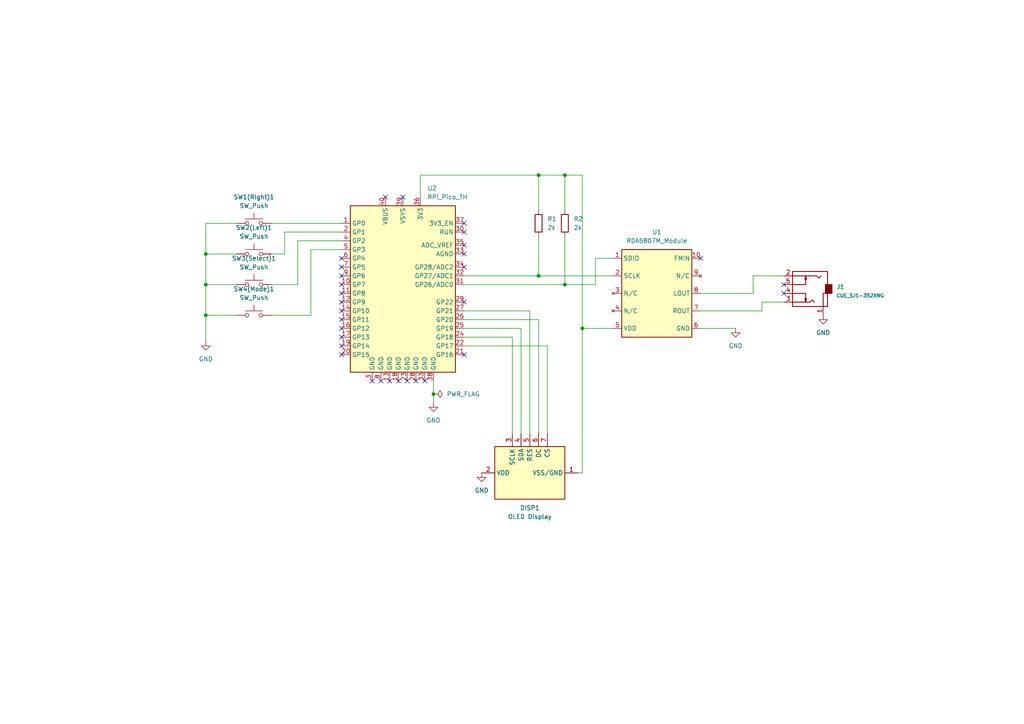
<source format=kicad_sch>
(kicad_sch (version 20211123) (generator eeschema)
  (paper "A4")
  (title_block (title "radio ") (rev "0") (company "TreeTime Ltd."))
  (lib_symbols
    (symbol "Device:R" (pin_numbers hide) (pin_names (offset 0))
      (property "Reference" "R" (at 2.032 0 90))
      (property "Value" "R" (at 0 0 90))
      (symbol "R_0_1"
        (rectangle (start -1.016 -2.54) (end 1.016 2.54) (stroke (width 0.254)))
      )
      (symbol "R_1_1"
        (pin passive line (at 0 3.81 270) (length 1.27) (name "~") (number "1"))
        (pin passive line (at 0 -3.81 90) (length 1.27) (name "~") (number "2"))
      )
    )
    (symbol "ECE:CUE_SJ1-352XNG" (pin_names (offset 1.016) hide)
      (property "Reference" "J" (at -3.81 6.35 0))
      (property "Value" "CUE_SJ1-352XNG" (at 3.81 -6.35 0))
      (symbol "CUE_SJ1-352XNG_0_1"
        (rectangle (start -5.08 5.08) (end 5.08 -5.08) (stroke (width 0.254)))
        (rectangle (start -4.445 -1.27) (end -6.35 1.27) (stroke (width 0.254)) (fill (type outline)))
        (polyline (pts (xy -4.445 -1.27) (xy -3.81 -1.27)) (stroke (width 0.254)))
        (polyline (pts (xy -3.81 -1.27) (xy -3.81 -5.08)) (stroke (width 0.254)))
        (polyline (pts (xy 5.08 -1.27) (xy 1.27 -1.27) (xy 1.27 -3.81)) (stroke (width 0.254)))
        (polyline (pts (xy 5.08 1.27) (xy 1.27 1.27) (xy 1.27 3.81)) (stroke (width 0.254)))
        (polyline (pts (xy -3.175 3.81) (xy -2.54 3.175) (xy -1.905 3.81) (xy 5.08 3.81)) (stroke (width 0.254)))
        (polyline (pts (xy -1.27 -3.81) (xy -0.635 -3.175) (xy 0 -3.81) (xy 5.08 -3.81)) (stroke (width 0.254)))
        (polyline (pts (xy 1.27 -3.81) (xy 1.016 -2.794) (xy 1.524 -2.794) (xy 1.27 -3.81)) (stroke (width 0.254)))
        (polyline (pts (xy 1.27 3.81) (xy 1.016 2.794) (xy 1.524 2.794) (xy 1.27 3.81)) (stroke (width 0.254)))
      )
      (symbol "CUE_SJ1-352XNG_1_1"
        (pin passive line (at -3.81 -7.62 90) (length 2.54) (name "Sleeve") (number "1"))
        (pin passive line (at 7.62 3.81 180) (length 2.54) (name "Tip") (number "2"))
        (pin passive line (at 7.62 -3.81 180) (length 2.54) (name "Tip") (number "3"))
        (pin passive line (at 7.62 -1.27 180) (length 2.54) (name "Tip_Switch") (number "4"))
        (pin passive line (at 7.62 1.27 180) (length 2.54) (name "Ring_Switch") (number "5"))
      )
    )
    (symbol "ECE:OLED Display"
      (property "Reference" "DISP?" (at 8.89 -1.27 0))
      (property "Value" "OLED Display" (at 8.89 1.27 0))
      (symbol "OLED Display_1_1"
        (rectangle (start -7.62 10.16) (end 7.62 -10.16) (stroke (width 0.254)) (fill (type background)))
        (pin power_in line (at 0 -13.97 90) (length 3.81) (name "VSS/GND") (number "1"))
        (pin power_in line (at 0 13.97 270) (length 3.81) (name "VDD") (number "2"))
        (pin input line (at -11.43 5.08 0) (length 3.81) (name "SCLK") (number "3"))
        (pin output line (at -11.43 2.54 0) (length 3.81) (name "SDA") (number "4"))
        (pin input line (at -11.43 0 0) (length 3.81) (name "RES") (number "5"))
        (pin input line (at -11.43 -2.54 0) (length 3.81) (name "DC") (number "6"))
        (pin input line (at -11.43 -5.08 0) (length 3.81) (name "CS") (number "7"))
      )
    )
    (symbol "ECE:RDA5807M_Module"
      (property "Reference" "U" (at -8.89 16.51 0))
      (property "Value" "RDA5807M_Module" (at -8.89 13.97 0))
      (symbol "RDA5807M_Module_0_1"
        (rectangle (start -10.16 12.7) (end 10.16 -12.7) (stroke (width 0.254)) (fill (type background)))
      )
      (symbol "RDA5807M_Module_1_1"
        (pin bidirectional line (at -12.7 10.16 0) (length 2.54) (name "SDIO") (number "1"))
        (pin input line (at 12.7 10.16 180) (length 2.54) (name "FMIN") (number "10"))
        (pin input line (at -12.7 5.08 0) (length 2.54) (name "SCLK") (number "2"))
        (pin no_connect line (at -12.7 0 0) (length 2.54) (name "N/C") (number "3"))
        (pin no_connect line (at -12.7 -5.08 0) (length 2.54) (name "N/C") (number "4"))
        (pin power_in line (at -12.7 -10.16 0) (length 2.54) (name "VDD") (number "5"))
        (pin power_in line (at 12.7 -10.16 180) (length 2.54) (name "GND") (number "6"))
        (pin output line (at 12.7 -5.08 180) (length 2.54) (name "ROUT") (number "7"))
        (pin output line (at 12.7 0 180) (length 2.54) (name "LOUT") (number "8"))
        (pin no_connect line (at 12.7 5.08 180) (length 2.54) (name "N/C") (number "9"))
      )
    )
    (symbol "ECE:RPi_Pico_TH"
      (property "Reference" "U?" (at 0 1.27 0))
      (property "Value" "RPi_Pico_TH" (at 0 -1.27 0))
      (symbol "RPi_Pico_TH_0_1"
        (rectangle (start -15.24 24.13) (end 15.24 -24.13) (stroke (width 0.254)) (fill (type background)))
      )
      (symbol "RPi_Pico_TH_1_1"
        (pin bidirectional line (at -17.78 19.05 0) (length 2.54) (name "GP0") (number "1"))
        (pin bidirectional line (at -17.78 1.27 0) (length 2.54) (name "GP7") (number "10"))
        (pin bidirectional line (at -17.78 -1.27 0) (length 2.54) (name "GP8") (number "11"))
        (pin bidirectional line (at -17.78 -3.81 0) (length 2.54) (name "GP9") (number "12"))
        (pin power_in line (at -3.81 -26.67 90) (length 2.54) (name "GND") (number "13"))
        (pin bidirectional line (at -17.78 -6.35 0) (length 2.54) (name "GP10") (number "14"))
        (pin bidirectional line (at -17.78 -8.89 0) (length 2.54) (name "GP11") (number "15"))
        (pin bidirectional line (at -17.78 -11.43 0) (length 2.54) (name "GP12") (number "16"))
        (pin bidirectional line (at -17.78 -13.97 0) (length 2.54) (name "GP13") (number "17"))
        (pin power_in line (at -1.27 -26.67 90) (length 2.54) (name "GND") (number "18"))
        (pin bidirectional line (at -17.78 -16.51 0) (length 2.54) (name "GP14") (number "19"))
        (pin bidirectional line (at -17.78 16.51 0) (length 2.54) (name "GP1") (number "2"))
        (pin bidirectional line (at -17.78 -19.05 0) (length 2.54) (name "GP15") (number "20"))
        (pin bidirectional line (at 17.78 -19.05 180) (length 2.54) (name "GP16") (number "21"))
        (pin bidirectional line (at 17.78 -16.51 180) (length 2.54) (name "GP17") (number "22"))
        (pin power_in line (at 1.27 -26.67 90) (length 2.54) (name "GND") (number "23"))
        (pin bidirectional line (at 17.78 -13.97 180) (length 2.54) (name "GP18") (number "24"))
        (pin bidirectional line (at 17.78 -11.43 180) (length 2.54) (name "GP19") (number "25"))
        (pin bidirectional line (at 17.78 -8.89 180) (length 2.54) (name "GP20") (number "26"))
        (pin bidirectional line (at 17.78 -6.35 180) (length 2.54) (name "GP21") (number "27"))
        (pin power_in line (at 3.81 -26.67 90) (length 2.54) (name "GND") (number "28"))
        (pin bidirectional line (at 17.78 -3.81 180) (length 2.54) (name "GP22") (number "29"))
        (pin power_in line (at -8.89 -26.67 90) (length 2.54) (name "GND") (number "3"))
        (pin input line (at 17.78 16.51 180) (length 2.54) (name "RUN") (number "30"))
        (pin bidirectional line (at 17.78 1.27 180) (length 2.54) (name "GP26/ADC0") (number "31"))
        (pin bidirectional line (at 17.78 3.81 180) (length 2.54) (name "GP27/ADC1") (number "32"))
        (pin power_in line (at 17.78 10.16 180) (length 2.54) (name "AGND") (number "33"))
        (pin power_in line (at 6.35 -26.67 90) (length 2.54) (name "GND") (number "33"))
        (pin bidirectional line (at 17.78 6.35 180) (length 2.54) (name "GP28/ADC2") (number "34"))
        (pin power_in line (at 17.78 12.7 180) (length 2.54) (name "ADC_VREF") (number "35"))
        (pin power_out line (at 5.08 26.67 270) (length 2.54) (name "3V3") (number "36"))
        (pin input line (at 17.78 19.05 180) (length 2.54) (name "3V3_EN") (number "37"))
        (pin power_in line (at 8.89 -26.67 90) (length 2.54) (name "GND") (number "38"))
        (pin power_out line (at 0 26.67 270) (length 2.54) (name "VSYS") (number "39"))
        (pin bidirectional line (at -17.78 13.97 0) (length 2.54) (name "GP2") (number "4"))
        (pin power_in line (at -5.08 26.67 270) (length 2.54) (name "VBUS") (number "40"))
        (pin bidirectional line (at -17.78 11.43 0) (length 2.54) (name "GP3") (number "5"))
        (pin bidirectional line (at -17.78 8.89 0) (length 2.54) (name "GP4") (number "6"))
        (pin bidirectional line (at -17.78 6.35 0) (length 2.54) (name "GP5") (number "7"))
        (pin power_in line (at -6.35 -26.67 90) (length 2.54) (name "GND") (number "8"))
        (pin bidirectional line (at -17.78 3.81 0) (length 2.54) (name "GP6") (number "9"))
      )
    )
    (symbol "Switch:SW_Push" (pin_numbers hide) (pin_names (offset 1.016) hide)
      (property "Reference" "SW" (at 1.27 2.54 0))
      (property "Value" "SW_Push" (at 0 -1.524 0))
      (symbol "SW_Push_0_1"
        (circle (center -2.032 0) (radius 0.508))
        (polyline (pts (xy 0 1.27) (xy 0 3.048)))
        (polyline (pts (xy 2.54 1.27) (xy -2.54 1.27)))
        (circle (center 2.032 0) (radius 0.508))
        (pin passive line (at -5.08 0 0) (length 2.54) (name "1") (number "1"))
        (pin passive line (at 5.08 0 180) (length 2.54) (name "2") (number "2"))
      )
    )
    (symbol "power:GND" (power) (pin_names (offset 0))
      (property "Value" "GND" (at 0 -3.81 0))
      (symbol "GND_0_1"
        (polyline (pts (xy 0 0) (xy 0 -1.27) (xy 1.27 -1.27) (xy 0 -2.54) (xy -1.27 -1.27) (xy 0 -1.27)))
      )
      (symbol "GND_1_1"
        (pin power_in line (at 0 0 270) (length 0) hide (name "GND") (number "1"))
      )
    )
    (symbol "power:PWR_FLAG" (power) (pin_numbers hide) (pin_names (offset 0) hide)
      (property "Value" "PWR_FLAG" (at 0 3.81 0))
      (symbol "PWR_FLAG_0_0"
        (pin power_out line (at 0 0 90) (length 0) (name "pwr") (number "1"))
      )
      (symbol "PWR_FLAG_0_1"
        (polyline (pts (xy 0 0) (xy 0 1.27) (xy -1.016 1.905) (xy 0 2.54) (xy 1.016 1.905) (xy 0 1.27)))
      )
    )
  )
  (junction (at 59.69 91.44))
  (junction (at 59.69 73.66))
  (junction (at 168.91 95.25))
  (junction (at 163.83 50.8))
  (junction (at 125.73 114.3))
  (junction (at 59.69 82.55))
  (junction (at 163.83 82.55))
  (junction (at 156.21 80.01))
  (junction (at 156.21 50.8))
  (no_connect (at 110.49 110.49))
  (no_connect (at 99.06 77.47))
  (no_connect (at 107.95 110.49))
  (no_connect (at 99.06 102.87))
  (no_connect (at 134.62 64.77))
  (no_connect (at 120.65 110.49))
  (no_connect (at 115.57 110.49))
  (no_connect (at 99.06 87.63))
  (no_connect (at 134.62 67.31))
  (no_connect (at 134.62 87.63))
  (no_connect (at 99.06 97.79))
  (no_connect (at 99.06 92.71))
  (no_connect (at 123.19 110.49))
  (no_connect (at 116.84 57.15))
  (no_connect (at 99.06 74.93))
  (no_connect (at 134.62 71.12))
  (no_connect (at 99.06 82.55))
  (no_connect (at 134.62 73.66))
  (no_connect (at 227.33 82.55))
  (no_connect (at 99.06 80.01))
  (no_connect (at 111.76 57.15))
  (no_connect (at 134.62 102.87))
  (no_connect (at 99.06 95.25))
  (no_connect (at 99.06 100.33))
  (no_connect (at 99.06 85.09))
  (no_connect (at 99.06 90.17))
  (no_connect (at 203.2 74.93))
  (no_connect (at 134.62 77.47))
  (no_connect (at 118.11 110.49))
  (no_connect (at 113.03 110.49))
  (no_connect (at 227.33 85.09))
  (wire (pts (xy 59.69 91.44) (xy 59.69 99.06)))
  (wire (pts (xy 163.83 82.55) (xy 172.72 82.55)))
  (wire (pts (xy 59.69 91.44) (xy 68.58 91.44)))
  (wire (pts (xy 156.21 50.8) (xy 156.21 60.96)))
  (wire (pts (xy 220.98 87.63) (xy 227.33 87.63)))
  (wire (pts (xy 218.44 85.09) (xy 218.44 80.01)))
  (wire (pts (xy 134.62 82.55) (xy 163.83 82.55)))
  (wire (pts (xy 82.55 73.66) (xy 78.74 73.66)))
  (wire (pts (xy 163.83 50.8) (xy 168.91 50.8)))
  (wire (pts (xy 121.92 50.8) (xy 121.92 57.15)))
  (wire (pts (xy 86.36 82.55) (xy 78.74 82.55)))
  (wire (pts (xy 172.72 74.93) (xy 177.8 74.93)))
  (wire (pts (xy 86.36 69.85) (xy 86.36 82.55)))
  (wire (pts (xy 151.13 125.73) (xy 151.13 95.25)))
  (wire (pts (xy 163.83 68.58) (xy 163.83 82.55)))
  (wire (pts (xy 99.06 67.31) (xy 82.55 67.31)))
  (wire (pts (xy 148.59 97.79) (xy 134.62 97.79)))
  (wire (pts (xy 203.2 95.25) (xy 213.36 95.25)))
  (wire (pts (xy 218.44 80.01) (xy 227.33 80.01)))
  (wire (pts (xy 59.69 82.55) (xy 68.58 82.55)))
  (wire (pts (xy 156.21 68.58) (xy 156.21 80.01)))
  (wire (pts (xy 151.13 95.25) (xy 134.62 95.25)))
  (wire (pts (xy 168.91 95.25) (xy 168.91 137.16)))
  (wire (pts (xy 156.21 92.71) (xy 134.62 92.71)))
  (wire (pts (xy 125.73 114.3) (xy 125.73 116.84)))
  (wire (pts (xy 99.06 72.39) (xy 90.17 72.39)))
  (wire (pts (xy 59.69 73.66) (xy 68.58 73.66)))
  (wire (pts (xy 68.58 64.77) (xy 59.69 64.77)))
  (wire (pts (xy 78.74 64.77) (xy 99.06 64.77)))
  (wire (pts (xy 203.2 85.09) (xy 218.44 85.09)))
  (wire (pts (xy 121.92 50.8) (xy 156.21 50.8)))
  (wire (pts (xy 158.75 125.73) (xy 158.75 100.33)))
  (wire (pts (xy 168.91 137.16) (xy 167.64 137.16)))
  (wire (pts (xy 156.21 80.01) (xy 177.8 80.01)))
  (wire (pts (xy 153.67 125.73) (xy 153.67 90.17)))
  (wire (pts (xy 90.17 72.39) (xy 90.17 91.44)))
  (wire (pts (xy 148.59 125.73) (xy 148.59 97.79)))
  (wire (pts (xy 153.67 90.17) (xy 134.62 90.17)))
  (wire (pts (xy 168.91 50.8) (xy 168.91 95.25)))
  (wire (pts (xy 156.21 125.73) (xy 156.21 92.71)))
  (wire (pts (xy 59.69 73.66) (xy 59.69 82.55)))
  (wire (pts (xy 168.91 95.25) (xy 177.8 95.25)))
  (wire (pts (xy 163.83 50.8) (xy 163.83 60.96)))
  (wire (pts (xy 134.62 80.01) (xy 156.21 80.01)))
  (wire (pts (xy 203.2 90.17) (xy 220.98 90.17)))
  (wire (pts (xy 125.73 110.49) (xy 125.73 114.3)))
  (wire (pts (xy 59.69 64.77) (xy 59.69 73.66)))
  (wire (pts (xy 99.06 69.85) (xy 86.36 69.85)))
  (wire (pts (xy 90.17 91.44) (xy 78.74 91.44)))
  (wire (pts (xy 220.98 90.17) (xy 220.98 87.63)))
  (wire (pts (xy 82.55 67.31) (xy 82.55 73.66)))
  (wire (pts (xy 158.75 100.33) (xy 134.62 100.33)))
  (wire (pts (xy 59.69 82.55) (xy 59.69 91.44)))
  (wire (pts (xy 172.72 82.55) (xy 172.72 74.93)))
  (wire (pts (xy 156.21 50.8) (xy 163.83 50.8)))
  (symbol (lib_id "Device:R") (at 156.21 64.77 0) (unit 1)
    (property "Reference" "R1" (at 158.75 63.4999 0) (effects (justify left)))
    (property "Value" "2k" (at 158.75 66.0399 0) (effects (justify left)))
    (property "Footprint" "Resistor_THT:R_Axial_DIN0516_L15.5mm_D5.0mm_P20.32mm_Horizontal" (effects hide))
  )
  (symbol (lib_id "power:GND") (at 238.76 91.44 0) (unit 1)
    (property "Reference" "#PWR0102" (effects hide))
    (property "Value" "GND" (at 238.76 96.52 0))
  )
  (symbol (lib_id "Device:R") (at 163.83 64.77 0) (unit 1)
    (property "Reference" "R2" (at 166.37 63.4999 0) (effects (justify left)))
    (property "Value" "2k" (at 166.37 66.0399 0) (effects (justify left)))
    (property "Footprint" "Resistor_THT:R_Axial_DIN0516_L15.5mm_D5.0mm_P20.32mm_Horizontal" (effects hide))
  )
  (symbol (lib_id "power:PWR_FLAG") (at 125.73 114.3 270) (unit 1)
    (property "Reference" "#FLG0101" (effects hide))
    (property "Value" "PWR_FLAG" (at 129.54 114.2999 90) (effects (justify left)))
  )
  (symbol (lib_id "Switch:SW_Push") (at 73.66 91.44 0) (unit 1)
    (property "Reference" "SW4(Mode)1" (at 73.66 83.82 0))
    (property "Value" "SW_Push" (at 73.66 86.36 0))
    (property "Footprint" "Button_Switch_THT:SW_PUSH_6mm_H8mm" (effects hide))
  )
  (symbol (lib_id "ECE:OLED Display") (at 153.67 137.16 90) (mirror x) (unit 1)
    (property "Reference" "DISP1" (at 153.67 147.32 90))
    (property "Value" "OLED Display" (at 153.67 149.86 90))
    (property "Footprint" "ECE:OLED_Display_1.3" (effects hide))
  )
  (symbol (lib_id "Switch:SW_Push") (at 73.66 64.77 0) (unit 1)
    (property "Reference" "SW1(Right)1" (at 73.66 57.15 0))
    (property "Value" "SW_Push" (at 73.66 59.69 0))
    (property "Footprint" "Button_Switch_THT:SW_PUSH_6mm_H8mm" (effects hide))
  )
  (symbol (lib_id "Switch:SW_Push") (at 73.66 73.66 0) (unit 1)
    (property "Reference" "SW2(Left)1" (at 73.66 66.04 0))
    (property "Value" "SW_Push" (at 73.66 68.58 0))
    (property "Footprint" "Button_Switch_THT:SW_PUSH_6mm_H8mm" (effects hide))
  )
  (symbol (lib_id "power:GND") (at 59.69 99.06 0) (unit 1)
    (property "Reference" "#PWR0103" (effects hide))
    (property "Value" "GND" (at 59.69 104.14 0))
  )
  (symbol (lib_id "ECE:CUE_SJ1-352XNG") (at 234.95 83.82 0) (mirror y) (unit 1)
    (property "Reference" "J1" (at 242.57 83.1849 0) (effects (justify right)))
    (property "Value" "CUE_SJ1-352XNG" (at 242.57 85.725 0) (effects (font (size 1.016 1.016)) (justify right)))
    (property "Footprint" "ECE:CUE_SJ1-352XNG" (effects hide))
  )
  (symbol (lib_id "Switch:SW_Push") (at 73.66 82.55 0) (unit 1)
    (property "Reference" "SW3(Select)1" (at 73.66 74.93 0))
    (property "Value" "SW_Push" (at 73.66 77.47 0))
    (property "Footprint" "Button_Switch_THT:SW_PUSH_6mm_H8mm" (effects hide))
  )
  (symbol (lib_id "power:GND") (at 125.73 116.84 0) (unit 1)
    (property "Reference" "#PWR0105" (effects hide))
    (property "Value" "GND" (at 125.73 121.92 0))
  )
  (symbol (lib_id "power:GND") (at 213.36 95.25 0) (unit 1)
    (property "Reference" "#PWR0104" (effects hide))
    (property "Value" "GND" (at 213.36 100.33 0))
  )
  (symbol (lib_id "ECE:RDA5807M_Module") (at 190.5 85.09 0) (unit 1)
    (property "Reference" "U1" (at 190.5 67.31 0))
    (property "Value" "RDA5807M_Module" (at 190.5 69.85 0))
    (property "Footprint" "ECE:RDA5807M_Module_TH" (effects hide))
  )
  (symbol (lib_id "power:GND") (at 139.7 137.16 0) (unit 1)
    (property "Reference" "#PWR0101" (effects hide))
    (property "Value" "GND" (at 139.7 142.24 0))
  )
  (symbol (lib_id "ECE:RPi_Pico_TH") (at 116.84 83.82 0) (unit 1)
    (property "Reference" "U2" (at 123.9394 54.61 0) (effects (justify left)))
    (property "Value" "RPi_Pico_TH" (at 123.9394 57.15 0) (effects (justify left)))
    (property "Footprint" "ECE:RPi_Pico_TH" (effects hide))
  )
)
</source>
